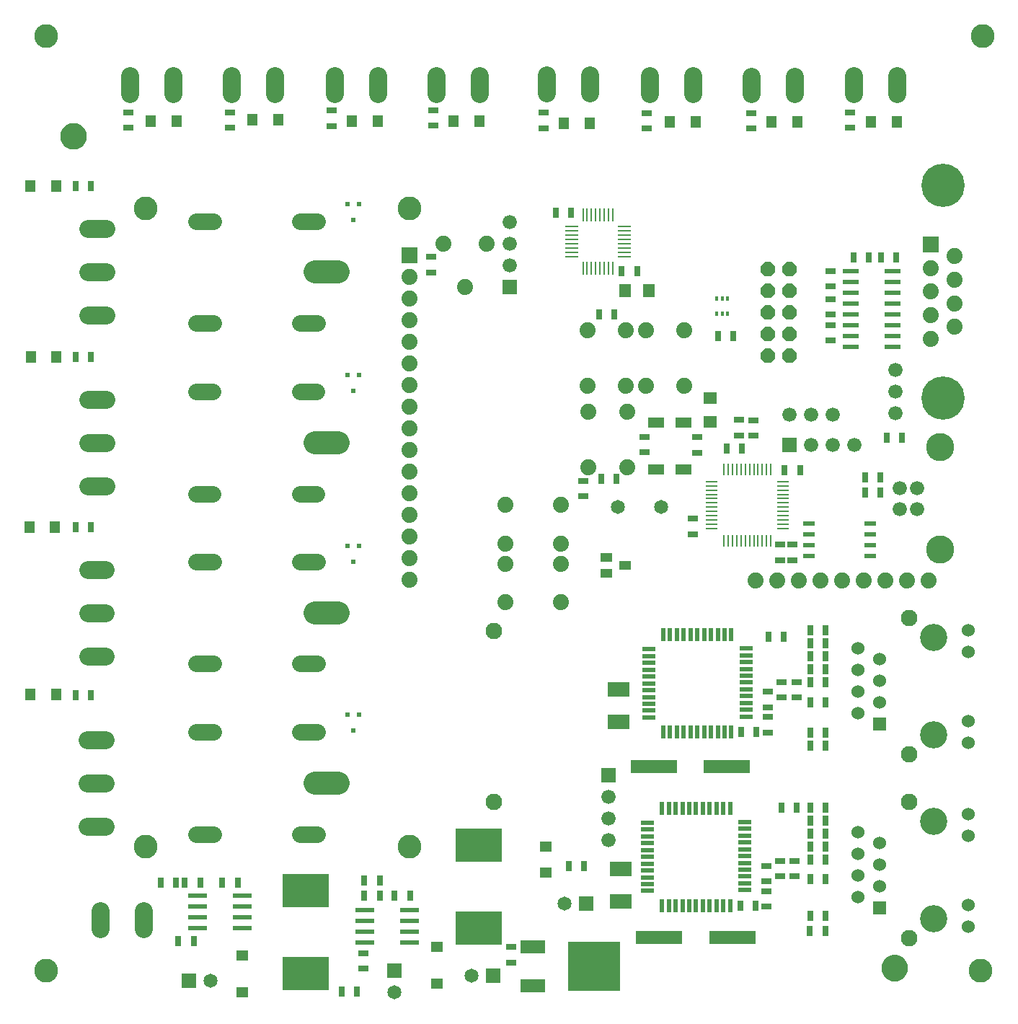
<source format=gts>
G75*
G70*
%OFA0B0*%
%FSLAX24Y24*%
%IPPOS*%
%LPD*%
%AMOC8*
5,1,8,0,0,1.08239X$1,22.5*
%
%ADD10C,0.1102*%
%ADD11R,0.0870X0.0240*%
%ADD12C,0.0650*%
%ADD13R,0.0650X0.0650*%
%ADD14R,0.0472X0.0315*%
%ADD15R,0.0315X0.0472*%
%ADD16R,0.0579X0.0500*%
%ADD17R,0.2126X0.1575*%
%ADD18R,0.2441X0.2283*%
%ADD19R,0.1181X0.0630*%
%ADD20R,0.0580X0.0110*%
%ADD21R,0.0110X0.0580*%
%ADD22R,0.0748X0.0512*%
%ADD23C,0.0768*%
%ADD24R,0.0660X0.0660*%
%ADD25C,0.0660*%
%ADD26C,0.1300*%
%ADD27R,0.0591X0.0217*%
%ADD28R,0.0217X0.0591*%
%ADD29R,0.0600X0.0600*%
%ADD30C,0.0600*%
%ADD31C,0.1260*%
%ADD32R,0.2165X0.0591*%
%ADD33R,0.0740X0.0740*%
%ADD34C,0.0740*%
%ADD35C,0.2000*%
%ADD36R,0.0780X0.0200*%
%ADD37C,0.0500*%
%ADD38C,0.0591*%
%ADD39R,0.0580X0.0210*%
%ADD40R,0.0984X0.0669*%
%ADD41C,0.0780*%
%ADD42C,0.1065*%
%ADD43R,0.0551X0.0394*%
%ADD44R,0.0620X0.0110*%
%ADD45R,0.0110X0.0620*%
%ADD46R,0.0472X0.0551*%
%ADD47R,0.0236X0.0236*%
%ADD48R,0.0120X0.0240*%
%ADD49R,0.0551X0.0472*%
%ADD50OC8,0.0660*%
%ADD51C,0.0827*%
%ADD52R,0.0551X0.0630*%
%ADD53R,0.0630X0.0551*%
D10*
X002080Y003915D03*
X006705Y009633D03*
X018909Y009633D03*
X045280Y003915D03*
X018909Y039160D03*
X006705Y039160D03*
X002080Y047115D03*
X045380Y047115D03*
D11*
X011171Y007375D03*
X011171Y006875D03*
X011171Y006375D03*
X011171Y005875D03*
X009111Y005875D03*
X009111Y006375D03*
X009111Y006875D03*
X009111Y007375D03*
X016836Y006725D03*
X016836Y006225D03*
X016836Y005725D03*
X016836Y005225D03*
X018896Y005225D03*
X018896Y005725D03*
X018896Y006225D03*
X018896Y006725D03*
D12*
X021766Y003675D03*
X018180Y002901D03*
X026054Y007015D03*
X009696Y003439D03*
X028517Y025332D03*
X030517Y025332D03*
D13*
X027054Y007015D03*
X022766Y003675D03*
X018180Y003901D03*
X008696Y003439D03*
D14*
X016766Y004021D03*
X016766Y004729D03*
X023610Y004999D03*
X023610Y004291D03*
X035405Y006879D03*
X035405Y007588D03*
X035405Y008040D03*
X035405Y008749D03*
X036045Y008989D03*
X036705Y008988D03*
X036705Y008279D03*
X036045Y008280D03*
X035455Y014929D03*
X035455Y015638D03*
X035455Y016090D03*
X036105Y016540D03*
X036805Y016539D03*
X036805Y017248D03*
X036105Y017249D03*
X035455Y016799D03*
X036021Y022891D03*
X036610Y022891D03*
X036610Y023599D03*
X036021Y023600D03*
X032010Y024091D03*
X032010Y024799D03*
X032210Y027865D03*
X032210Y028573D03*
X034135Y028660D03*
X034786Y028656D03*
X034786Y029365D03*
X034135Y029368D03*
X038373Y033035D03*
X038373Y033744D03*
X038373Y034235D03*
X038373Y034944D03*
X038373Y035535D03*
X038373Y036244D03*
X039278Y042870D03*
X039278Y043578D03*
X034688Y043554D03*
X034688Y042846D03*
X029878Y042850D03*
X029878Y043558D03*
X025088Y043568D03*
X025088Y042860D03*
X019994Y042973D03*
X019994Y043682D03*
X015290Y043672D03*
X015290Y042963D03*
X010590Y042876D03*
X010590Y043584D03*
X005890Y043578D03*
X005890Y042870D03*
X019910Y036899D03*
X019910Y036191D03*
X026916Y026556D03*
X026916Y025847D03*
X029779Y027877D03*
X029779Y028586D03*
D15*
X028464Y026645D03*
X027756Y026645D03*
X033556Y028045D03*
X034264Y028045D03*
X036239Y027050D03*
X036948Y027050D03*
X039947Y026710D03*
X040655Y026710D03*
X040658Y026007D03*
X039949Y026007D03*
X040956Y028545D03*
X041664Y028545D03*
X033864Y033245D03*
X033156Y033245D03*
X029420Y036260D03*
X028712Y036260D03*
X028364Y034245D03*
X027656Y034245D03*
X026364Y038945D03*
X025656Y038945D03*
X039419Y036889D03*
X040127Y036889D03*
X040700Y036882D03*
X041408Y036882D03*
X038128Y019664D03*
X038128Y019064D03*
X038128Y018464D03*
X038128Y017864D03*
X038130Y017264D03*
X037421Y017264D03*
X037419Y017864D03*
X037419Y018464D03*
X037419Y019064D03*
X037419Y019664D03*
X036190Y019364D03*
X035481Y019364D03*
X037421Y016314D03*
X038130Y016314D03*
X038140Y014914D03*
X038140Y014314D03*
X037431Y014314D03*
X037431Y014914D03*
X034928Y014964D03*
X034219Y014964D03*
X036081Y011464D03*
X036790Y011464D03*
X037419Y011464D03*
X037419Y010864D03*
X037419Y010264D03*
X037421Y009664D03*
X037421Y009064D03*
X038130Y009064D03*
X038130Y009664D03*
X038128Y010264D03*
X038128Y010864D03*
X038128Y011464D03*
X038130Y008164D03*
X037421Y008164D03*
X037421Y006464D03*
X037411Y005764D03*
X038120Y005764D03*
X038130Y006464D03*
X034900Y006916D03*
X034191Y006916D03*
X026964Y008745D03*
X026256Y008745D03*
X018920Y007375D03*
X018212Y007375D03*
X017520Y007375D03*
X017520Y008075D03*
X016812Y008075D03*
X016812Y007375D03*
X016464Y002945D03*
X015756Y002945D03*
X010950Y007976D03*
X010241Y007976D03*
X009220Y007975D03*
X008512Y007975D03*
X008105Y007981D03*
X007397Y007981D03*
X008212Y005275D03*
X008920Y005275D03*
X004174Y016665D03*
X003466Y016665D03*
X003465Y024402D03*
X004174Y024402D03*
X004177Y032287D03*
X003469Y032287D03*
X003468Y040181D03*
X004177Y040181D03*
D16*
X020166Y005021D03*
X020166Y003329D03*
X011166Y002929D03*
X011166Y004621D03*
D17*
X014080Y003772D03*
X014080Y007630D03*
X022080Y005872D03*
X022080Y009730D03*
D18*
X027417Y004101D03*
D19*
X024590Y003203D03*
X024590Y004999D03*
D20*
X032856Y024353D03*
X032856Y024543D03*
X032856Y024743D03*
X032856Y024943D03*
X032856Y025133D03*
X032856Y025333D03*
X032856Y025533D03*
X032856Y025733D03*
X032856Y025923D03*
X032856Y026123D03*
X032856Y026323D03*
X032856Y026513D03*
X036176Y026513D03*
X036176Y026323D03*
X036176Y026123D03*
X036176Y025923D03*
X036176Y025733D03*
X036176Y025533D03*
X036176Y025333D03*
X036176Y025133D03*
X036176Y024943D03*
X036176Y024743D03*
X036176Y024543D03*
X036176Y024353D03*
D21*
X035596Y023773D03*
X035406Y023773D03*
X035206Y023773D03*
X035006Y023773D03*
X034816Y023773D03*
X034616Y023773D03*
X034416Y023773D03*
X034216Y023773D03*
X034026Y023773D03*
X033826Y023773D03*
X033626Y023773D03*
X033436Y023773D03*
X033436Y027093D03*
X033626Y027093D03*
X033826Y027093D03*
X034026Y027093D03*
X034216Y027093D03*
X034416Y027093D03*
X034616Y027093D03*
X034816Y027093D03*
X035006Y027093D03*
X035206Y027093D03*
X035406Y027093D03*
X035596Y027093D03*
D22*
X031571Y027095D03*
X030311Y027095D03*
X030311Y029260D03*
X031571Y029260D03*
D23*
X022797Y019599D03*
X022797Y011725D03*
X041985Y011714D03*
X041985Y013914D03*
X041985Y020214D03*
X041985Y005414D03*
D24*
X028110Y012945D03*
X036454Y028214D03*
X023522Y035514D03*
D25*
X023522Y036514D03*
X023522Y037514D03*
X023522Y038514D03*
X036450Y029615D03*
X037450Y029615D03*
X038450Y029615D03*
X038454Y028214D03*
X037454Y028214D03*
X039454Y028214D03*
X041360Y029695D03*
X041360Y030695D03*
X041360Y031695D03*
X041567Y026231D03*
X042347Y026231D03*
X042347Y025247D03*
X041567Y025247D03*
X028110Y011945D03*
X028110Y010945D03*
X028110Y009945D03*
D26*
X043417Y023369D03*
X043417Y028109D03*
D27*
X034449Y018809D03*
X034449Y018494D03*
X034449Y018179D03*
X034449Y017864D03*
X034449Y017549D03*
X034449Y017234D03*
X034449Y016919D03*
X034449Y016604D03*
X034449Y016289D03*
X034449Y015974D03*
X034449Y015659D03*
X029960Y015620D03*
X029960Y015935D03*
X029960Y016250D03*
X029960Y016565D03*
X029960Y016880D03*
X029960Y017195D03*
X029960Y017510D03*
X029960Y017825D03*
X029960Y018140D03*
X029960Y018455D03*
X029960Y018770D03*
X029901Y010749D03*
X029901Y010434D03*
X029901Y010119D03*
X029901Y009804D03*
X029901Y009489D03*
X029901Y009174D03*
X029901Y008859D03*
X029901Y008544D03*
X029901Y008229D03*
X029901Y007914D03*
X029901Y007599D03*
X034389Y007639D03*
X034389Y007954D03*
X034389Y008268D03*
X034389Y008583D03*
X034389Y008898D03*
X034389Y009213D03*
X034389Y009528D03*
X034389Y009843D03*
X034389Y010158D03*
X034389Y010473D03*
X034389Y010788D03*
D28*
X033720Y011418D03*
X033405Y011418D03*
X033090Y011418D03*
X032775Y011418D03*
X032460Y011418D03*
X032145Y011418D03*
X031830Y011418D03*
X031515Y011418D03*
X031200Y011418D03*
X030885Y011418D03*
X030570Y011418D03*
X030630Y014951D03*
X030945Y014951D03*
X031260Y014951D03*
X031575Y014951D03*
X031890Y014951D03*
X032205Y014951D03*
X032519Y014951D03*
X032834Y014951D03*
X033149Y014951D03*
X033464Y014951D03*
X033779Y014951D03*
X033779Y019439D03*
X033464Y019439D03*
X033149Y019439D03*
X032834Y019439D03*
X032519Y019439D03*
X032205Y019439D03*
X031890Y019439D03*
X031575Y019439D03*
X031260Y019439D03*
X030945Y019439D03*
X030630Y019439D03*
X030570Y006930D03*
X030885Y006930D03*
X031200Y006930D03*
X031515Y006930D03*
X031830Y006930D03*
X032145Y006930D03*
X032460Y006930D03*
X032775Y006930D03*
X033090Y006930D03*
X033405Y006930D03*
X033720Y006930D03*
D29*
X040635Y006814D03*
X040635Y015314D03*
D30*
X040635Y016314D03*
X040635Y017314D03*
X040635Y018314D03*
X039635Y017814D03*
X039635Y016814D03*
X039635Y015814D03*
X039635Y018814D03*
X044725Y018664D03*
X044725Y019664D03*
X044725Y015464D03*
X044725Y014464D03*
X044725Y011164D03*
X044725Y010164D03*
X044725Y006964D03*
X044725Y005964D03*
X040635Y007814D03*
X040635Y008814D03*
X040635Y009814D03*
X039635Y009314D03*
X039635Y008314D03*
X039635Y007314D03*
X039635Y010314D03*
D31*
X043135Y010814D03*
X043135Y014814D03*
X043135Y019314D03*
X043135Y006314D03*
D32*
X033828Y005464D03*
X030442Y005464D03*
X030181Y013364D03*
X033567Y013364D03*
D33*
X018909Y036995D03*
X042988Y037482D03*
D34*
X044106Y036935D03*
X044106Y035844D03*
X044106Y034758D03*
X044106Y033667D03*
X042988Y034210D03*
X042988Y033120D03*
X042988Y035301D03*
X042988Y036392D03*
X031600Y033525D03*
X029820Y033525D03*
X028897Y033519D03*
X027117Y033519D03*
X027117Y030959D03*
X027170Y029753D03*
X028897Y030959D03*
X029820Y030965D03*
X028950Y029753D03*
X028950Y027193D03*
X027170Y027193D03*
X025890Y025435D03*
X025890Y023655D03*
X025886Y022729D03*
X025886Y020949D03*
X023326Y020949D03*
X023326Y022729D03*
X023330Y023655D03*
X023330Y025435D03*
X018909Y024995D03*
X018909Y025995D03*
X018909Y026995D03*
X018909Y027995D03*
X018909Y028995D03*
X018909Y029995D03*
X018909Y030995D03*
X018909Y031995D03*
X018909Y032995D03*
X018909Y033995D03*
X018909Y034995D03*
X018909Y035995D03*
X020468Y037513D03*
X022468Y037513D03*
X021468Y035513D03*
X031600Y030965D03*
X034910Y021945D03*
X035910Y021945D03*
X036910Y021945D03*
X037910Y021945D03*
X038910Y021945D03*
X039910Y021945D03*
X040910Y021945D03*
X041910Y021945D03*
X042910Y021945D03*
X018909Y021995D03*
X018909Y022995D03*
X018909Y023995D03*
D35*
X043547Y030380D03*
X043547Y040222D03*
D36*
X041243Y036239D03*
X041243Y035739D03*
X041243Y035239D03*
X041243Y034739D03*
X041243Y034239D03*
X041243Y033739D03*
X041243Y033239D03*
X041243Y032739D03*
X039303Y032739D03*
X039303Y033239D03*
X039303Y033739D03*
X039303Y034239D03*
X039303Y034739D03*
X039303Y035239D03*
X039303Y035739D03*
X039303Y036239D03*
D37*
X040954Y004045D02*
X040956Y004082D01*
X040962Y004119D01*
X040971Y004155D01*
X040985Y004190D01*
X041002Y004223D01*
X041022Y004254D01*
X041045Y004283D01*
X041072Y004310D01*
X041101Y004333D01*
X041132Y004353D01*
X041165Y004370D01*
X041200Y004384D01*
X041236Y004393D01*
X041273Y004399D01*
X041310Y004401D01*
X041347Y004399D01*
X041384Y004393D01*
X041420Y004384D01*
X041455Y004370D01*
X041488Y004353D01*
X041519Y004333D01*
X041548Y004310D01*
X041575Y004283D01*
X041598Y004254D01*
X041618Y004223D01*
X041635Y004190D01*
X041649Y004155D01*
X041658Y004119D01*
X041664Y004082D01*
X041666Y004045D01*
X041664Y004008D01*
X041658Y003971D01*
X041649Y003935D01*
X041635Y003900D01*
X041618Y003867D01*
X041598Y003836D01*
X041575Y003807D01*
X041548Y003780D01*
X041519Y003757D01*
X041488Y003737D01*
X041455Y003720D01*
X041420Y003706D01*
X041384Y003697D01*
X041347Y003691D01*
X041310Y003689D01*
X041273Y003691D01*
X041236Y003697D01*
X041200Y003706D01*
X041165Y003720D01*
X041132Y003737D01*
X041101Y003757D01*
X041072Y003780D01*
X041045Y003807D01*
X041022Y003836D01*
X041002Y003867D01*
X040985Y003900D01*
X040971Y003935D01*
X040962Y003971D01*
X040956Y004008D01*
X040954Y004045D01*
X002991Y042495D02*
X002993Y042532D01*
X002999Y042569D01*
X003008Y042605D01*
X003022Y042640D01*
X003039Y042673D01*
X003059Y042704D01*
X003082Y042733D01*
X003109Y042760D01*
X003138Y042783D01*
X003169Y042803D01*
X003202Y042820D01*
X003237Y042834D01*
X003273Y042843D01*
X003310Y042849D01*
X003347Y042851D01*
X003384Y042849D01*
X003421Y042843D01*
X003457Y042834D01*
X003492Y042820D01*
X003525Y042803D01*
X003556Y042783D01*
X003585Y042760D01*
X003612Y042733D01*
X003635Y042704D01*
X003655Y042673D01*
X003672Y042640D01*
X003686Y042605D01*
X003695Y042569D01*
X003701Y042532D01*
X003703Y042495D01*
X003701Y042458D01*
X003695Y042421D01*
X003686Y042385D01*
X003672Y042350D01*
X003655Y042317D01*
X003635Y042286D01*
X003612Y042257D01*
X003585Y042230D01*
X003556Y042207D01*
X003525Y042187D01*
X003492Y042170D01*
X003457Y042156D01*
X003421Y042147D01*
X003384Y042141D01*
X003347Y042139D01*
X003310Y042141D01*
X003273Y042147D01*
X003237Y042156D01*
X003202Y042170D01*
X003169Y042187D01*
X003138Y042207D01*
X003109Y042230D01*
X003082Y042257D01*
X003059Y042286D01*
X003039Y042317D01*
X003022Y042350D01*
X003008Y042385D01*
X002999Y042421D01*
X002993Y042458D01*
X002991Y042495D01*
D38*
X003347Y042495D03*
X041310Y004045D03*
D39*
X040205Y023088D03*
X040205Y023588D03*
X040205Y024088D03*
X040205Y024588D03*
X037365Y024588D03*
X037365Y024088D03*
X037365Y023588D03*
X037365Y023088D03*
D40*
X028574Y016912D03*
X028574Y015416D03*
X028674Y008612D03*
X028674Y007116D03*
D41*
X014617Y010221D02*
X013837Y010221D01*
X009817Y010221D02*
X009037Y010221D01*
X009037Y014941D02*
X009817Y014941D01*
X009817Y018100D02*
X009037Y018100D01*
X013837Y018100D02*
X014617Y018100D01*
X014617Y014941D02*
X013837Y014941D01*
X013837Y022820D02*
X014617Y022820D01*
X014607Y025964D02*
X013827Y025964D01*
X009807Y025964D02*
X009027Y025964D01*
X009037Y022820D02*
X009817Y022820D01*
X009807Y030684D02*
X009027Y030684D01*
X009042Y033840D02*
X009822Y033840D01*
X013842Y033840D02*
X014622Y033840D01*
X014607Y030684D02*
X013827Y030684D01*
X013842Y038560D02*
X014622Y038560D01*
X009822Y038560D02*
X009042Y038560D01*
D42*
X014530Y036200D02*
X015595Y036200D01*
X015580Y028324D02*
X014515Y028324D01*
X014525Y020460D02*
X015590Y020460D01*
X015590Y012581D02*
X014525Y012581D01*
D43*
X027997Y022281D03*
X027997Y023029D03*
X028863Y022655D03*
D44*
X028823Y036925D03*
X028823Y037121D03*
X028823Y037318D03*
X028823Y037515D03*
X028823Y037712D03*
X028823Y037909D03*
X028823Y038106D03*
X028823Y038303D03*
X026382Y038303D03*
X026382Y038106D03*
X026382Y037909D03*
X026382Y037712D03*
X026382Y037515D03*
X026382Y037318D03*
X026382Y037121D03*
X026382Y036925D03*
D45*
X026914Y036393D03*
X027111Y036393D03*
X027308Y036393D03*
X027505Y036393D03*
X027701Y036393D03*
X027898Y036393D03*
X028095Y036393D03*
X028292Y036393D03*
X028292Y038834D03*
X028095Y038834D03*
X027898Y038834D03*
X027701Y038834D03*
X027505Y038834D03*
X027308Y038834D03*
X027111Y038834D03*
X026914Y038834D03*
D46*
X027227Y043066D03*
X026045Y043066D03*
X022127Y043166D03*
X020945Y043166D03*
X017414Y043173D03*
X016233Y043173D03*
X012820Y043260D03*
X011639Y043260D03*
X008120Y043166D03*
X006939Y043166D03*
X002556Y040178D03*
X001375Y040178D03*
X001397Y032288D03*
X002579Y032288D03*
X002501Y024407D03*
X001320Y024407D03*
X001371Y016668D03*
X002552Y016668D03*
X030935Y043160D03*
X032117Y043160D03*
X035645Y043160D03*
X036827Y043160D03*
X040232Y043153D03*
X041414Y043153D03*
D47*
X016546Y039332D03*
X016034Y039332D03*
X016290Y038604D03*
X016034Y031432D03*
X016546Y031432D03*
X016290Y030704D03*
X016034Y023532D03*
X016546Y023532D03*
X016290Y022804D03*
X016034Y015732D03*
X016546Y015732D03*
X016290Y015004D03*
D48*
X033098Y034291D03*
X033354Y034291D03*
X033610Y034291D03*
X033610Y034980D03*
X033354Y034980D03*
X033098Y034980D03*
D49*
X025210Y009636D03*
X025210Y008455D03*
D50*
X035456Y032349D03*
X035456Y033349D03*
X035456Y034349D03*
X035456Y035349D03*
X035456Y036349D03*
X036456Y036349D03*
X036456Y035349D03*
X036456Y034349D03*
X036456Y033349D03*
X036456Y032349D03*
D51*
X036712Y044436D02*
X036712Y045262D01*
X034712Y045262D02*
X034712Y044436D01*
X032000Y044455D02*
X032000Y045282D01*
X030000Y045282D02*
X030000Y044455D01*
X027236Y044475D02*
X027236Y045302D01*
X025236Y045302D02*
X025236Y044475D01*
X022121Y044455D02*
X022121Y045282D01*
X020121Y045282D02*
X020121Y044455D01*
X017430Y044455D02*
X017430Y045282D01*
X015430Y045282D02*
X015430Y044455D01*
X012665Y044455D02*
X012665Y045282D01*
X010665Y045282D02*
X010665Y044455D01*
X007968Y044455D02*
X007968Y045282D01*
X005968Y045282D02*
X005968Y044455D01*
X004863Y038204D02*
X004036Y038204D01*
X004036Y036204D02*
X004863Y036204D01*
X004863Y034204D02*
X004036Y034204D01*
X004036Y030320D02*
X004863Y030320D01*
X004863Y028320D02*
X004036Y028320D01*
X004036Y026320D02*
X004863Y026320D01*
X004845Y022444D02*
X004018Y022444D01*
X004018Y020444D02*
X004845Y020444D01*
X004845Y018444D02*
X004018Y018444D01*
X004012Y014582D02*
X004838Y014582D01*
X004838Y012582D02*
X004012Y012582D01*
X004012Y010582D02*
X004838Y010582D01*
X004601Y006677D02*
X004601Y005851D01*
X006601Y005851D02*
X006601Y006677D01*
X039445Y044455D02*
X039445Y045282D01*
X041445Y045282D02*
X041445Y044455D01*
D52*
X029961Y035345D03*
X028859Y035345D03*
D53*
X032810Y030396D03*
X032810Y029294D03*
M02*

</source>
